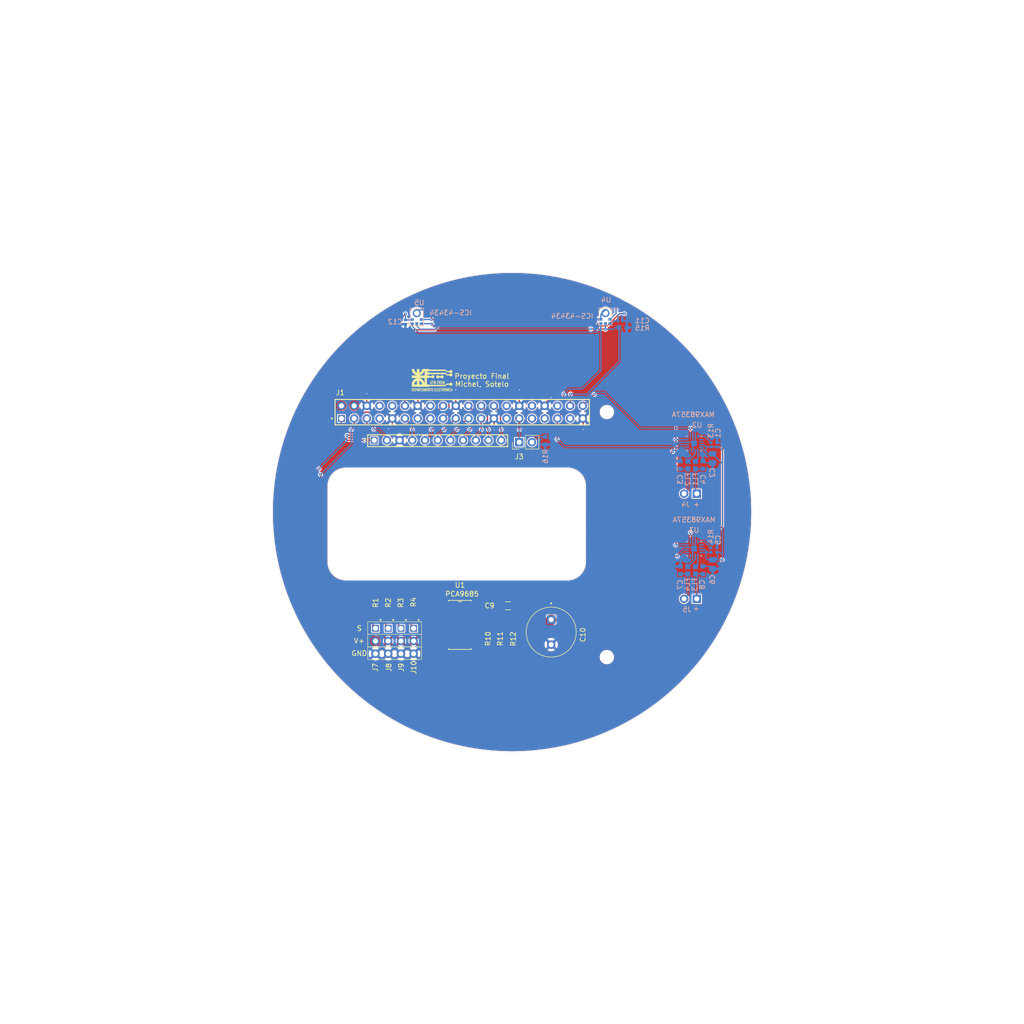
<source format=kicad_pcb>
(kicad_pcb (version 20241229) (generator "pcbnew") (generator_version "9.0")
  (layers (0 "F.Cu" signal) (2 "B.Cu" signal) (13 "F.Paste" user) (15 "B.Paste" user) (5 "F.SilkS" user "F.Silkscreen") (7 "B.SilkS" user "B.Silkscreen") (1 "F.Mask" user) (3 "B.Mask" user) (25 "Edge.Cuts" user))
  (net 0 "")
  (net 1 "GND")
  (net 2 "3.3V_RPI")
  (net 3 "5V_RPI")
  (net 4 "/Amplificadores/OUT_N1")
  (net 5 "/Amplificadores/OUT_P1")
  (net 6 "Net-(U2-OUTP)")
  (net 7 "Net-(U2-OUTN)")
  (net 8 "Net-(U3-OUTP)")
  (net 9 "Net-(U3-OUTN)")
  (net 10 "GPIO_5")
  (net 11 "GPIO_14_TXD_UART")
  (net 12 "GPIO_25")
  (net 13 "GPIO_23")
  (net 14 "GPIO_27")
  (net 15 "GPIO_10_MOSI_SPI")
  (net 16 "GPIO_16")
  (net 17 "GPIO_26")
  (net 18 "GPIO_12")
  (net 19 "ID_SC")
  (net 20 "GPIO_7_CEO_SPI")
  (net 21 "GPIO_19_FS_PCM")
  (net 22 "GPIO_24")
  (net 23 "GPIO_8_CE1_SPI")
  (net 24 "GPIO_13")
  (net 25 "GPIO_3_SCL_I2C")
  (net 26 "GPIO_17")
  (net 27 "GPIO_4")
  (net 28 "GPIO_2_SDA_I2C")
  (net 29 "GPIO_6")
  (net 30 "GPIO11_10_SCLK_SPI")
  (net 31 "GPIO_9_MISO_SPI")
  (net 32 "GPIO_15_RXD_UART")
  (net 33 "GPIO_21_DOUT_PCM")
  (net 34 "ID_SD")
  (net 35 "GPIO_22")
  (net 36 "GPIO_20_DIN_PCM")
  (net 37 "GPIO_18_CLK_PCM")
  (net 38 "Net-(J3-Pin_2)")
  (net 39 "Net-(J7-Pad01)")
  (net 40 "Net-(J8-Pad01)")
  (net 41 "Net-(J9-Pad01)")
  (net 42 "Net-(J10-Pad01)")
  (net 43 "/Driver Servos/J0")
  (net 44 "/Driver Servos/J1")
  (net 45 "/Driver Servos/J2")
  (net 46 "/Driver Servos/J3")
  (net 47 "Net-(U1-~OE)")
  (net 48 "Net-(U2-SD_MODE)")
  (net 49 "Net-(U3-SD_MODE)")
  (net 71 "/Amplificadores/OUT_N2")
  (net 72 "/Amplificadores/OUT_P2")
  (net 74 "unconnected-(U1-LED6-Pad12)")
  (footprint "RC0402FR-07220RL:RESC1005X40N" (layer "F.Cu") (at 22.784 44.196 180)
    (property "Reference" "R4")
    (property "Value" "220" (hide yes))
  )
  (footprint "CL31B106KOHNNNE:CAPC3216X180N" (layer "F.Cu") (at 41.713422 42.241 180)
    (property "Reference" "C9")
    (property "Value" "10 uF" (hide yes))
  )
  (footprint "CR0603AFX-1002EAS:RESC1608X55N" (layer "F.Cu") (at 37.649422 45.7885 90)
    (property "Reference" "R10")
    (property "Value" "10K" (hide yes))
  )
  (footprint "RC0402FR-07220RL:RESC1005X40N" (layer "F.Cu") (at 17.704 44.196 180)
    (property "Reference" "R2")
    (property "Value" "220" (hide yes))
  )
  (footprint "RC0402FR-07220RL:RESC1005X40N" (layer "F.Cu") (at 20.244 44.216 180)
    (property "Reference" "R3")
    (property "Value" "220" (hide yes))
  )
  (footprint "MountingHole:MountingHole_2.7mm_M2.5" (layer "F.Cu") (at 61.5 3.5)
    (property "Reference" "MountingHole" (hide yes))
    (property "Value" "MountingHole_2.7mm_M2.5" (hide yes))
  )
  (footprint "MountingHole:MountingHole_2.7mm_M2.5" (layer "F.Cu") (at 61.5 52.5)
    (property "Reference" "MountingHole" (hide yes))
    (property "Value" "MountingHole_2.7mm_M2.5" (hide yes))
  )
  (footprint "RC0402FR-07220RL:RESC1005X40N" (layer "F.Cu") (at 15.164 44.196 180)
    (property "Reference" "R1")
    (property "Value" "220" (hide yes))
  )
  (footprint "EEUFR1E102LB:CAPPRD500W60D1000H2500" (layer "F.Cu") (at 50.3682 47.498 -90)
    (property "Reference" "C10")
    (property "Value" "1000uF")
  )
  (footprint "TSW-101-07-T-T:SAMTEC_TSW-101-07-T-T" (layer "F.Cu") (at 22.86 49.276 180)
    (property "Reference" "J10")
    (property "Value" "HEADER" (hide yes))
  )
  (footprint "MTSW-113-09-L-D-500 - Copy:Untitled" (layer "F.Cu") (at 18.035 -7.505)
    (property "Reference" "J1")
    (property "Value" "Conn_02x20_Odd_Even_MountingPin")
  )
  (footprint "MTSW-113-09-L-D-500:SAMTEC_MTSW-113-09-L-D-500" (layer "F.Cu") (at 14.97464 9.144)
    (property "Reference" "J6" (hide yes))
    (property "Value" "Conn_02x13_Odd_Even" (hide yes))
  )
  (footprint "TSW-101-07-T-T:SAMTEC_TSW-101-07-T-T" (layer "F.Cu") (at 15.24 49.276 180)
    (property "Reference" "J7")
    (property "Value" "HEADER" (hide yes))
  )
  (footprint "Footprints:logo_utn" (layer "F.Cu") (at 26.558739 -2.8956)
    (property "Reference" "G***" (hide yes))
    (property "Value" "LOGO" (hide yes))
  )
  (footprint "CR0603AFX-1002EAS:RESC1608X55N" (layer "F.Cu") (at 42.729422 45.7885 -90)
    (property "Reference" "R12")
    (property "Value" "10K" (hide yes))
  )
  (footprint "CR0603AFX-1002EAS:RESC1608X55N" (layer "F.Cu") (at 40.189422 45.7885 90)
    (property "Reference" "R11")
    (property "Value" "10K" (hide yes))
  )
  (footprint "TSW-101-07-T-T:SAMTEC_TSW-101-07-T-T" (layer "F.Cu") (at 20.32 49.276 180)
    (property "Reference" "J9")
    (property "Value" "HEADER" (hide yes))
  )
  (footprint "Connector_PinHeader_2.54mm:PinHeader_1x02_P2.54mm_Vertical" (layer "F.Cu") (at 43.975 9.525 90)
    (property "Reference" "J3")
    (property "Value" "Screw_Terminal_01x02" (hide yes))
  )
  (footprint "PCA9685PW_118:SOP65P640X110-28N" (layer "F.Cu") (at 32.112222 46.051)
    (property "Reference" "U1")
    (property "Value" "PCA9685")
  )
  (footprint "TSW-101-07-T-T:SAMTEC_TSW-101-07-T-T" (layer "F.Cu") (at 17.78 49.276 180)
    (property "Reference" "J8")
    (property "Value" "HEADER" (hide yes))
  )
  (footprint "CL05B104KO5NNNC:CAPC1005X55N" (layer "B.Cu") (at 83.51539 10.033745 90)
    (property "Reference" "C1")
    (property "Value" "0.1uF" (hide yes))
  )
  (footprint "MAX98357AETE_T:QFN50P300X300X80-17N" (layer "B.Cu") (at 78.94429 9.777945 -90)
    (property "Reference" "U2")
    (property "Value" "MAX98357A")
  )
  (footprint "CL10B221KB8NNNC:CAPC1608X90N" (layer "B.Cu") (at 80.69429 35.1266 90)
    (property "Reference" "C8")
    (property "Value" "220pf" (hide yes))
  )
  (footprint "CL10B221KB8NNNC:CAPC1608X90N" (layer "B.Cu") (at 80.69429 14.092945 -90)
    (property "Reference" "C4")
    (property "Value" "220pf" (hide yes))
  )
  (footprint "ICS-43434:MIC_ICS-43434" (layer "B.Cu") (at 23.495 -15.543)
    (property "Reference" "U5")
    (property "Value" "ICS-43434")
  )
  (footprint "0402WGF6803TCE:RESC1005X40N" (layer "B.Cu") (at 82.294945 10.033745 90)
    (property "Reference" "R13")
    (property "Value" "680k" (hide yes))
  )
  (footprint "CL21A106KOQNNNE:CAPC2012X140N" (layer "B.Cu") (at 82.653 33.9344 -90)
    (property "Reference" "C6")
    (property "Value" "10uF" (hide yes))
  )
  (footprint "Connector_PinHeader_2.54mm:PinHeader_1x02_P2.54mm_Vertical_Edited" (layer "B.Cu") (at 73.572545 40.875655 90)
    (property "Reference" "J5")
    (property "Value" "Screw_Terminal_01x02" (hide yes))
  )
  (footprint "0402WGF6803TCE:RESC1005X40N" (layer "B.Cu") (at 82.294945 31.114255 90)
    (property "Reference" "R14")
    (property "Value" "680k" (hide yes))
  )
  (footprint "CL05B104KO5NNNC:CAPC1005X55N" (layer "B.Cu") (at 21.23025 -14.496 -90)
    (property "Reference" "C12")
    (property "Value" "0.1uF" (hide yes))
  )
  (footprint "BLM18PG121SN1D:BEADC1608X95N" (layer "B.Cu") (at 79.19429 35.1266 -90)
    (property "Reference" "FL3")
    (property "Value" "Ferrita" (hide yes))
  )
  (footprint "MAX98357AETE_T:QFN50P300X300X80-17N" (layer "B.Cu") (at 78.94429 30.8116 -90)
    (property "Reference" "U3")
    (property "Value" "MAX98357A")
  )
  (footprint "BLM18PG121SN1D:BEADC1608X95N" (layer "B.Cu") (at 79.21579 14.092945 -90)
    (property "Reference" "FL1")
    (property "Value" "Ferrita" (hide yes))
  )
  (footprint "BLM18PG121SN1D:BEADC1608X95N" (layer "B.Cu") (at 77.69429 35.1266 -90)
    (property "Reference" "FL4")
    (property "Value" "Ferrita" (hide yes))
  )
  (footprint "ICS-43434:MIC_ICS-43434" (layer "B.Cu") (at 61.214 -15.5684)
    (property "Reference" "U4")
    (property "Value" "ICS-43434")
  )
  (footprint "BLM18PG121SN1D:BEADC1608X95N" (layer "B.Cu") (at 77.71579 14.092945 -90)
    (property "Reference" "FL2")
    (property "Value" "Ferrita" (hide yes))
  )
  (footprint "CL10B221KB8NNNC:CAPC1608X90N" (layer "B.Cu") (at 76.19429 14.092945 90)
    (property "Reference" "C3")
    (property "Value" "220pf" (hide yes))
  )
  (footprint "CR0603AFX-1002EAS:RESC1608X55N" (layer "B.Cu") (at 49.175 9.2 90)
    (property "Reference" "R16")
    (property "Value" "10K" (hide yes))
  )
  (footprint "Connector_PinHeader_2.54mm:PinHeader_1x02_P2.54mm_Vertical_Edited" (layer "B.Cu") (at 73.572545 19.842 90)
    (property "Reference" "J4")
    (property "Value" "Screw_Terminal_01x02" (hide yes))
  )
  (footprint "0603WAJ0104T5E:RESC1608X55N" (layer "B.Cu") (at 64.71605 -13.4038 180)
    (property "Reference" "R15")
    (property "Value" "100k" (hide yes))
  )
  (footprint "CL05B104KO5NNNC:CAPC1005X55N" (layer "B.Cu") (at 64.18285 -14.7754)
    (property "Reference" "C11")
    (property "Value" "0.1uF" (hide yes))
  )
  (footprint "CL10B221KB8NNNC:CAPC1608X90N" (layer "B.Cu") (at 76.19429 35.1266 90)
    (property "Reference" "C7")
    (property "Value" "220pf" (hide yes))
  )
  (footprint "CL21A106KOQNNNE:CAPC2012X140N" (layer "B.Cu") (at 82.653 12.748345 -90)
    (property "Reference" "C2")
    (property "Value" "10uF" (hide yes))
  )
  (footprint "CL05B104KO5NNNC:CAPC1005X55N" (layer "B.Cu") (at 83.51539 31.114255 90)
    (property "Reference" "C5")
    (property "Value" "0.1uF" (hide yes))
  )
  (gr_rect (start 13.6776 45.4352) (end 24.4348 47.9352) (stroke (width 0.1)) (fill no) (layer "F.SilkS"))
  (gr_rect (start 13.6776 47.9244) (end 24.4348 50.4244) (stroke (width 0.1)) (fill no) (layer "F.SilkS"))
  (gr_rect (start 13.6776 50.4644) (end 24.4348 52.9644) (stroke (width 0.1)) (fill no) (layer "F.SilkS"))
  (gr_arc (start 57.14 33.49) (mid 56.114874 35.964874) (end 53.64 36.99) (stroke (width 0.05)) (layer "Edge.Cuts"))
  (gr_circle (center 42.545 23.495) (end 90.545 23.495) (stroke (width 0.05)) (fill no) (layer "Edge.Cuts"))
  (gr_line (start 5.804875 18.274874) (end 5.804874 33.49) (stroke (width 0.05)) (layer "Edge.Cuts"))
  (gr_line (start 57.14 33.49) (end 57.15 18.274874) (stroke (width 0.05)) (layer "Edge.Cuts"))
  (gr_arc (start 9.304874 36.99) (mid 6.829998 35.964875) (end 5.804874 33.49) (stroke (width 0.05)) (layer "Edge.Cuts"))
  (gr_arc (start 53.65 14.774874) (mid 56.124874 15.8) (end 57.15 18.274874) (stroke (width 0.05)) (layer "Edge.Cuts"))
  (gr_line (start 9.304874 14.774874) (end 53.65 14.774874) (stroke (width 0.05)) (layer "Edge.Cuts"))
  (gr_arc (start 5.804874 18.274874) (mid 6.83 15.8) (end 9.304874 14.774874) (stroke (width 0.05)) (layer "Edge.Cuts"))
  (gr_line (start 9.304874 36.989999) (end 53.64 36.99) (stroke (width 0.05)) (layer "Edge.Cuts"))
  (gr_text "Proyecto Final\nMichel, Sotelo" (at 36.515539 -2.877994 0) (layer "F.SilkS") (effects (font (size 1 1) (thickness 0.16))))
  (gr_text "GND" (at 12 51.75 0) (layer "F.SilkS") (effects (font (size 1 1) (thickness 0.16))))
  (gr_text "S" (at 12 46.75 0) (layer "F.SilkS") (effects (font (size 1 1) (thickness 0.16))))
  (gr_text "V+" (at 12 49.25 0) (layer "F.SilkS") (effects (font (size 1 1) (thickness 0.16))))
  (gr_text "+" (at 79.42619 21.9456 0) (layer "B.SilkS") (effects (font (size 1 1) (thickness 0.16)) (justify mirror)))
  (gr_text "+" (at 79.348545 42.776055 0) (layer "B.SilkS") (effects (font (size 1 1) (thickness 0.16)) (justify mirror)))
  (segment (start 43.9928 -0.6604) (end 43.9928 2.2472) (width 0.25) (layer "F.Cu") (net 1))
  (segment (start 38.9636 7.0612) (end 38.9636 4.8436) (width 0.25) (layer "F.Cu") (net 1))
  (segment (start 23.7236 -0.9662) (end 23.7236 2.0948) (width 0.25) (layer "F.Cu") (net 1))
  (segment (start 49.1236 1.778) (end 49.1236 2.1964) (width 0.25) (layer "F.Cu") (net 1))
  (segment (start 38.9636 5.431) (end 38.91 5.4846) (width 0.25) (layer "F.Cu") (net 1))
  (segment (start 13.4747 -0.2667) (end 13.5128 -0.3048) (width 0.25) (layer "F.Cu") (net 1))
  (segment (start 18.5928 4.7928) (end 18.5928 5.9944) (width 0.2) (layer "F.Cu") (net 1))
  (segment (start 29.191222 50.2674) (end 28.607022 50.2674) (width 0.25) (layer "F.Cu") (net 1))
  (segment (start 56.5912 5.1666) (end 56.7944 5.3698) (width 0.25) (layer "F.Cu") (net 1))
  (segment (start 18.5928 5.9944) (end 17.8308 6.7564) (width 0.2) (layer "F.Cu") (net 1))
  (segment (start 43.9928 2.2472) (end 43.99 2.25) (width 0.25) (layer "F.Cu") (net 1))
  (segment (start 49.1236 2.1964) (end 49.07 2.25) (width 0.25) (layer "F.Cu") (net 1))
  (segment (start 31.29 -0.937) (end 31.2928 -0.9398) (width 0.25) (layer "F.Cu") (net 1))
  (segment (start 31.29 2.25) (end 31.29 -0.937) (width 0.25) (layer "F.Cu") (net 1))
  (segment (start 38.9636 4.8436) (end 38.91 4.79) (width 0.25) (layer "F.Cu") (net 1))
  (segment (start 23.7236 2.0948) (end 23.6728 2.1456) (width 0.25) (layer "F.Cu") (net 1))
  (segment (start 18.59 4.79) (end 18.5928 4.7928) (width 0.2) (layer "F.Cu") (net 1))
  (segment (start 38.91 7.0076) (end 38.9636 7.0612) (width 0.25) (layer "F.Cu") (net 1))
  (segment (start 56.7944 5.3698) (end 56.7944 7) (width 0.25) (layer "F.Cu") (net 1))
  (segment (start 17.8308 6.7564) (end 17.8308 6.858) (width 0.2) (layer "F.Cu") (net 1))
  (segment (start 17.8308 6.7564) (end 17.9324 6.6548) (width 0.2) (layer "F.Cu") (net 1))
  (segment (start 13.4747 2.2147) (end 13.4747 -0.2667) (width 0.25) (layer "F.Cu") (net 1))
  (segment (start 37.649422 46.5685) (end 37.649422 46.8491) (width 0.25) (layer "F.Cu") (net 1))
  (segment (start 50.3174 0.5842) (end 49.1236 1.778) (width 0.25) (layer "F.Cu") (net 1))
  (segment (start 13.51 2.25) (end 13.4747 2.2147) (width 0.25) (layer "F.Cu") (net 1))
  (via (at 38.9636 7.0612) (size 0.6) (drill 0.2) (layers "F.Cu" "B.Cu") (net 1))
  (via (at 43.9928 -0.9662) (size 0.6) (drill 0.2) (layers "F.Cu" "B.Cu") (net 1))
  (via (at 56.7944 7) (size 0.6) (drill 0.2) (layers "F.Cu" "B.Cu") (net 1))
  (via (at 17.8308 6.858) (size 0.6) (drill 0.2) (layers "F.Cu" "B.Cu") (net 1))
  (via (at 31.2928 -0.9398) (size 0.6) (drill 0.2) (layers "F.Cu" "B.Cu") (net 1))
  (via (at 23.7236 -0.9662) (size 0.6) (drill 0.2) (layers "F.Cu" "B.Cu") (net 1))
  (via (at 50.3174 0.5842) (size 0.6) (drill 0.2) (layers "F.Cu" "B.Cu") (net 1))
  (via (at 13.4747 -0.1778) (size 0.6) (drill 0.2) (layers "F.Cu" "B.Cu") (net 1))
  (segment (start 78.69429 9.527945) (end 78.94429 9.777945) (width 0.25) (layer "B.Cu") (net 1))
  (segment (start 31.2928 -0.9398) (end 31.3182 -0.9652) (width 0.25) (layer "B.Cu") (net 1))
  (segment (start 76.4994 30.5616) (end 76.3524 30.7086) (width 0.25) (layer "B.Cu") (net 1))
  (segment (start 82.653 13.643345) (end 81.02469 13.643345) (width 0.25) (layer "B.Cu") (net 1))
  (segment (start 78.164088 33.274) (end 77.7254 33.274) (width 0.25) (layer "B.Cu") (net 1))
  (segment (start 24.4846 -0.9662) (end 24.4856 -0.9652) (width 0.25) (layer "B.Cu") (net 1))
  (segment (start 38.989 7.0866) (end 38.989 7.6708) (width 0.25) (layer "B.Cu") (net 1))
  (segment (start 60.314 -15.0294) (end 60.314 -16.0669) (width 0.25) (layer "B.Cu") (net 1))
  (segment (start 79.19429 9.527945) (end 78.94429 9.777945) (width 0.25) (layer "B.Cu") (net 1))
  (segment (start 79.19429 29.3766) (end 79.19429 30.5616) (width 0.25) (layer "B.Cu") (net 1))
  (segment (start 50.3174 0.5842) (end 50.9778 0.5842) (width 0.25) (layer "B.Cu") (net 1))
  (segment (start 80.69429 34.3466) (end 81.96209 34.3466) (width 0.25) (layer "B.Cu") (net 1))
  (segment (start 81.02469 13.643345) (end 80.69429 13.312945) (width 0.25) (layer "B.Cu") (net 1))
  (segment (start 23.7236 -0.9662) (end 24.4846 -0.9662) (width 0.25) (layer "B.Cu") (net 1))
  (segment (start 78.69429 31.0616) (end 78.94429 30.8116) (width 0.25) (layer "B.Cu") (net 1))
  (segment (start 23.4795 -16.926) (end 25.48905 -16.926) (width 0.25) (layer "B.Cu") (net 1))
  (segment (start 82.653 13.643345) (end 82.653 15.2908) (width 0.25) (layer "B.Cu") (net 1))
  (segment (start 78.94429 9.777945) (end 78.69429 10.027945) (width 0.25) (layer "B.Cu") (net 1))
  (segment (start 77.50929 9.527945) (end 76.020655 9.527945) (width 0.25) (layer "B.Cu") (net 1))
  (segment (start 78.69429 29.3766) (end 78.69429 30.5616) (width 0.25) (layer "B.Cu") (net 1))
  (segment (start 31.3182 -0.9652) (end 32.258 -0.9652) (width 0.25) (layer "B.Cu") (net 1))
  (segment (start 56.7944 7) (end 56.7944 7.6454) (width 0.25) (layer "B.Cu") (net 1))
  (segment (start 79.19429 8.342945) (end 79.19429 9.527945) (width 0.25) (layer "B.Cu") (net 1))
  (segment (start 77.50929 30.5616) (end 76.9366 30.5616) (width 0.25) (layer "B.Cu") (net 1))
  (segment (start 17.8308 6.858) (end 16.8402 6.858) (width 0.2) (layer "B.Cu") (net 1))
  (segment (start 83.51539 30.682255) (end 83.51539 29.79541) (width 0.25) (layer "B.Cu") (net 1))
  (segment (start 78.69429 32.2466) (end 78.69429 32.743798) (width 0.25) (layer "B.Cu") (net 1))
  (segment (start 78.69429 32.2466) (end 78.69429 31.0616) (width 0.25) (layer "B.Cu") (net 1))
  (segment (start 78.69429 30.5616) (end 78.94429 30.8116) (width 0.25) (layer "B.Cu") (net 1))
  (segment (start 77.50929 30.5616) (end 78.69429 30.5616) (width 0.25) (layer "B.Cu") (net 1))
  (segment (start 78.69429 8.342945) (end 78.69429 9.527945) (width 0.25) (layer "B.Cu") (net 1))
  (segment (start 60.314 -16.0669) (end 61.1985 -16.9514) (width 0.25) (layer "B.Cu") (net 1))
  (segment (start 60.314 -15.0294) (end 59.33125 -15.0294) (width 0.25) (layer "B.Cu") (net 1))
  (segment (start 77.50929 9.527945) (end 78.69429 9.527945) (width 0.25) (layer "B.Cu") (net 1))
  (segment (start 78.69429 10.027945) (end 78.69429 11.212945) (width 0.25) (layer "B.Cu") (net 1))
  (segment (start 78.69429 32.743798) (end 78.164088 33.274) (width 0.25) (layer "B.Cu") (net 1))
  (segment (start 79.19429 30.5616) (end 78.94429 30.8116) (width 0.25) (layer "B.Cu") (net 1))
  (segment (start 81.96209 34.3466) (end 82.447345 34.831855) (width 0.25) (layer "B.Cu") (net 1))
  (segment (start 83.51539 29.79541) (end 83.5166 29.7942) (width 0.25) (layer "B.Cu") (net 1))
  (segment (start 13.4747 -0.1778) (end 12.6873 -0.1778) (width 0.25) (layer "B.Cu") (net 1))
  (segment (start 18.923 -12.9286) (end 18.923 -2.9374) (width 0.25) (layer "F.Cu") (net 2))
  (segment (start 29.9212 -0.5588) (end 29.9212 1.758084) (width 0.25) (layer "F.Cu") (net 2))
  (segment (start 16.0528 13.5128) (end 66.1224 13.5128) (width 0.25) (layer "F.Cu") (net 2))
  (segment (start 11.684 9.144) (end 16.0528 13.5128) (width 0.25) (layer "F.Cu") (net 2))
  (segment (start 28.956 -1.524) (end 29.9212 -0.5588) (width 0.25) (layer "F.Cu") (net 2))
  (segment (start 18.923 -13.81435) (end 18.923 -12.9286) (width 0.25) (layer "F.Cu") (net 2))
  (segment (start 18.923 -2.9374) (end 20.2692 -1.5912) (width 0.25) (layer "F.Cu") (net 2))
  (segment (start 21.23025 -16.1216) (end 18.923 -13.81435) (width 0.25) (layer "F.Cu") (net 2))
  (segment (start 70.231 13.5128) (end 73.787 17.0688) (width 0.25) (layer "F.Cu") (net 2))
  (segment (start 9.5504 9.144) (end 8.43 8.0236) (width 0.25) (layer "F.Cu") (net 2))
  (segment (start 84.582 40.894) (end 84.582 33.0634) (width 0.25) (layer "F.Cu") (net 2))
  (segment (start 73.787 42.9514) (end 74.7268 43.8912) (width 0.25) (layer "F.Cu") (net 2))
  (segment (start 26.8642 -13.725) (end 27.8892 -13.725) (width 0.25) (layer "F.Cu") (net 2))
  (segment (start 81.5848 43.8912) (end 84.582 40.894) (width 0.25) (layer "F.Cu") (net 2))
  (segment (start 11.684 9.144) (end 9.5504 9.144) (width 0.25) (layer "F.Cu") (net 2))
  (segment (start 64.05565 -16.1978) (end 61.58285 -13.725) (width 0.25) (layer "F.Cu") (net 2))
  (segment (start 84.582 33.0634) (end 84.558 33.0394) (width 0.25) (layer "F.Cu") (net 2))
  (segment (start 29.0232 -1.5912) (end 20.2692 -1.5912) (width 0.25) (layer "F.Cu") (net 2))
  (segment (start 28.956 -1.524) (end 29.0232 -1.5912) (width 0.25) (layer "F.Cu") (net 2))
  (segment (start 26.5176 -14.0716) (end 26.8642 -13.725) (width 0.25) (layer "F.Cu") (net 2))
  (segment (start 74.7268 43.8912) (end 81.5848 43.8912) (width 0.25) (layer "F.Cu") (net 2))
  (segment (start 12.954 9.144) (end 11.684 9.144) (width 0.25) (layer "F.Cu") (net 2))
  (segment (start 29.926 2.737116) (end 29.9212 2.741916) (width 0.25) (layer "F.Cu") (net 2))
  (segment (start 66.0146 13.5128) (end 70.231 13.5128) (width 0.25) (layer "F.Cu") (net 2))
  (segment (start 29.926 1.762884) (end 29.926 2.737116) (width 0.25) (layer "F.Cu") (net 2))
  (segment (start 18.923 -12.9286) (end 27.0928 -12.9286) (width 0.25) (layer "F.Cu") (net 2))
  (segment (start 27.0928 -12.9286) (end 27.8892 -13.725) (width 0.25) (layer "F.Cu") (net 2))
  (segment (start 64.99545 -16.1978) (end 64.05565 -16.1978) (width 0.25) (layer "F.Cu") (net 2))
  (segment (start 8.43 8.0236) (end 8.43 4.79) (width 0.25) (layer "F.Cu") (net 2))
  (segment (start 29.9212 1.758084) (end 29.926 1.762884) (width 0.25) (layer "F.Cu") (net 2))
  (segment (start 29.9212 2.741916) (end 29.9212 3.6188) (width 0.25) (layer "F.Cu") (net 2))
  (segment (start 27.8892 -13.725) (end 61.58285 -13.725) (width 0.25) (layer "F.Cu") (net 2))
  (segment (start 65.02085 -16.1724) (end 64.99545 -16.1978) (width 0.25) (layer "F.Cu") (net 2))
  (segment (start 73.787 17.0688) (end 73.787 42.9514) (width 0.25) (layer "F.Cu") (net 2))
  (segment (start 29.9212 3.6188) (end 28.75 4.79) (width 0.25) (layer "F.Cu") (net 2))
  (via (at 12.954 9.144) (size 0.6) (drill 0.2) (layers "F.Cu" "B.Cu") (net 2))
  (via (at 84.558 33.0394) (size 0.6) (drill 0.2) (layers "F.Cu" "B.Cu") (net 2))
  (via (at 65.02085 -16.1724) (size 0.6) (drill 0.2) (layers "F.Cu" "B.Cu") (net 2))
  (via (at 26.5176 -14.0716) (size 0.6) (drill 0.2) (layers "F.Cu" "B.Cu") (net 2))
  (via (at 21.23025 -16.1216) (size 0.6) (drill 0.2) (layers "F.Cu" "B.Cu") (net 2))
  (segment (start 84.6088 32.639665) (end 84.6088 13.809145) (width 0.25) (layer "B.Cu") (net 2))
  (segment (start 21.23025 -14.928) (end 21.23025 -16.1216) (width 0.25) (layer "B.Cu") (net 2))
  (segment (start 82.653 11.853345) (end 81.70469 11.853345) (width 0.25) (layer "B.Cu") (net 2))
  (segment (start 63.03965 -14.7754) (end 63.75085 -14.7754) (width 0.25) (layer "B.Cu") (net 2))
  (segment (start 82.294945 31.549255) (end 81.583745 31.549255) (width 0.25) (layer "B.Cu") (net 2))
  (segment (start 80.37929 31.0616) (end 81.09609 31.0616) (width 0.25) (layer "B.Cu") (net 2))
  (segment (start 83.615745 31.574855) (end 83.615745 32.616055) (width 0.25) (layer "B.Cu") (net 2))
  (segment (start 81.317288 11.465944) (end 81.382972 11.531628) (width 0.25) (layer "B.Cu") (net 2))
  (segment (start 22.519 -14.928) (end 22.595 -15.004) (width 0.25) (layer "B.Cu") (net 2))
  (segment (start 24.395 -14.182) (end 26.4072 -14.182) (width 0.25) (layer "B.Cu") (net 2))
  (segment (start 81.70469 11.853345) (end 81.382972 11.531628) (width 0.25) (layer "B.Cu") (net 2))
  (segment (start 84.558 33.0394) (end 84.6028 33.0394) (width 0.25) (layer "B.Cu") (net 2))
  (segment (start 64.05565 -16.1978) (end 63.75085 -15.893) (width 0.25) (layer "B.Cu") (net 2))
  (segment (start 80.876488 10.027945) (end 80.37929 10.027945) (width 0.25) (layer "B.Cu") (net 2))
  (segment (start 81.382972 11.531628) (end 80.37929 10.527945) (width 0.25) (layer "B.Cu") (net 2))
  (segment (start 81.329745 31.549255) (end 80.391635 31.549255) (width 0.25) (layer "B.Cu") (net 2))
  (segment (start 83.51539 10.465745) (end 83.923945 10.465745) (width 0.25) (layer "B.Cu") (net 2))
  (segment (start 84.6088 33.0454) (end 84.6088 32.639665) (width 0.25) (layer "B.Cu") (net 2))
  (segment (start 63.75085 -15.893) (end 63.75085 -14.7754) (width 0.25) (layer "B.Cu") (net 2))
  (segment (start 81.317288 10.468745) (end 81.317288 11.465944) (width 0.25) (layer "B.Cu") (net 2))
  (segment (start 84.582 33.0634) (end 84.558 33.0394) (width 0.25) (layer "B.Cu") (net 2))
  (segment (start 82.653 33.0394) (end 84.558 33.0394) (width 0.25) (layer "B.Cu") (net 2))
  (segment (start 83.51539 10.465745) (end 82.297945 10.465745) (width 0.25) (layer "B.Cu") (net 2))
  (segment (start 64.99545 -16.1978) (end 64.05565 -16.1978) (width 0.25) (layer "B.Cu") (net 2))
  (segment (start 84.6028 33.0394) (end 84.6088 33.0454) (width 0.25) (layer "B.Cu") (net 2))
  (segment (start 21.23025 -14.928) (end 22.519 -14.928) (width 0.25) (layer "B.Cu") (net 2))
  (segment (start 82.297945 10.465745) (end 82.294945 10.468745) (width 0.25) (layer "B.Cu") (net 2))
  (segment (start 83.189945 33.041855) (end 82.447345 33.041855) (width 0.25) (layer "B.Cu") (net 2))
  (segment (start 65.02085 -16.1724) (end 64.99545 -16.1978) (width 0.25) (layer "B.Cu") (net 2))
  (segment (start 80.391635 31.549255) (end 80.37929 31.5616) (width 0.25) (layer "B.Cu") (net 2))
  (segment (start 83.615745 32.616055) (end 83.189945 33.041855) (width 0.25) (layer "B.Cu") (net 2))
  (segment (start 84.100255 31.546255) (end 83.51539 31.546255) (width 0.25) (layer "B.Cu") (net 2))
  (segment (start 81.329745 31.549255) (end 81.329745 32.768455) (width 0.25) (layer "B.Cu") (net 2))
  (segment (start 81.603145 33.041855) (end 82.447345 33.041855) (width 0.25) (layer "B.Cu") (net 2))
  (segment (start 12.954 9.144) (end 14.97464 9.144) (width 0.25) (layer "B.Cu") (net 2))
  (segment (start 82.294945 10.468745) (end 81.317288 10.468745) (width 0.25) (layer "B.Cu") (net 2))
  (segment (start 84.6088 32.639665) (end 84.6088 32.0548) (width 0.25) (layer "B.Cu") (net 2))
  (segment (start 14.97464 9.144) (end 15.066 9.144) (width 0.25) (layer "B.Cu") (net 2))
  (segment (start 81.583745 31.549255) (end 81.329745 31.549255) (width 0.25) (layer "B.Cu") (net 2))
  (segment (start 83.923945 10.465745) (end 84.6088 11.1506) (width 0.25) (layer "B.Cu") (net 2))
  (segment (start 82.294945 32.889455) (end 82.447345 33.041855) (width 0.25) (layer "B.Cu") (net 2))
  (segment (start 84.6088 32.0548) (end 84.100255 31.546255) (width 0.25) (layer "B.Cu") (net 2))
  (segment (start 26.4072 -14.182) (end 26.5176 -14.0716) (width 0.25) (layer "B.Cu") (net 2))
  (segment (start 81.329745 32.768455) (end 81.603145 33.041855) (width 0.25) (layer "B.Cu") (net 2))
  (segment (start 62.47165 -14.2074) (end 63.03965 -14.7754) (width 0.25) (layer "B.Cu") (net 2))
  (segment (start 62.114 -14.2074) (end 62.47165 -14.2074) (width 0.25) (layer "B.Cu") (net 2))
  (segment (start 81.09609 31.0616) (end 81.583745 31.549255) (width 0.25) (layer "B.Cu") (net 2))
  (segment (start 84.6088 11.1506) (end 84.6088 13.809145) (width 0.25) (layer "B.Cu") (net 2))
  (segment (start 84.6088 13.809145) (end 82.653 11.853345) (width 0.25) (layer "B.Cu") (net 2))
  (segment (start 81.317288 10.468745) (end 80.876488 10.027945) (width 0.25) (layer "B.Cu") (net 2))
  (segment (start 7.4422 -2.794) (end 9.4996 -2.794) (width 2) (layer "F.Cu") (net 3))
  (segment (start 50.3682 44.998) (end 50.3682 45.085) (width 2) (layer "F.Cu") (net 3))
  (segment (start 43.520422 45.7775) (end 43.520422 44.2475) (width 0.25) (layer "F.Cu") (net 3))
  (segment (start 14.430362 3.508362) (end 12.272799 3.508362) (width 0.25) (layer "F.Cu") (net 3))
  (segment (start 40.189422 46.5685) (end 42.729422 46.5685) (width 0.25) (layer "F.Cu") (net 3))
  (segment (start 35.033222 41.8346) (end 39.847022 41.8346) (width 0.25) (layer "F.Cu") (net 3))
  (segment (start 15.24 49.276) (end 14.037919 49.276) (width 2) (layer "F.Cu") (net 3))
  (segment (start 0.762 12.9032) (end 4.9022 8.763) (width 2) (layer "F.Cu") (net 3))
  (segment (start 0.762 41.262) (end 0.762 12.9032) (width 2) (layer "F.Cu") (net 3))
  (segment (start 8.3898 2.2098) (end 4.9276 2.2098) (width 2) (layer "F.Cu") (net 3))
  (segment (start 10.922 -1.3716) (end 10.922 1.27) (width 2) (layer "F.Cu") (net 3))
  (segment (start 50.3682 44.998) (end 44.9386 44.998) (width 0.25) (layer "F.Cu") (net 3))
  (segment (start 0.889 41.389) (end 0.762 41.262) (width 2) (layer "F.Cu") (net 3))
  (segment (start 39.847022 41.8346) (end 40.253422 42.241) (width 0.25) (layer "F.Cu") (net 3))
  (segment (start 8.43 2.25) (end 8.3898 2.2098) (width 2) (layer "F.Cu") (net 3))
  (segment (start 42.729422 46.5685) (end 43.520422 45.7775) (width 0.25) (layer "F.Cu") (net 3))
  (segment (start 10.922 1.27) (end 10.97 1.318) (width 2) (layer "F.Cu") (net 3))
  (segment (start 4.9022 8.763) (end 4.9022 -0.254) (width 2) (layer "F.Cu") (net 3))
  (segment (start 14.9098 6.9342) (end 14.874 6.8984) (width 0.25) (layer "F.Cu") (net 3))
  (segment (start 14.874 6.8984) (end 14.874 3.952) (width 0.25) (layer "F.Cu") (net 3))
  (segment (start 11.014437 2.25) (end 10.97 2.25) (width 0.25) (layer "F.Cu") (net 3))
  (segment (start 4.9022 -0.254) (end 7.4422 -2.794) (width 2) (layer "F.Cu") (net 3))
  (segment (start 12 51.313919) (end 12 52.5) (width 2) (layer "F.Cu") (net 3))
  (segment (start 12 52.5) (end 13.856 54.356) (width 2) (layer "F.Cu") (net 3))
  (segment (start 14.874 3.952) (end 14.430362 3.508362) (width 0.25) (layer "F.Cu") (net 3))
  (segment (start 9.4996 -2.794) (end 10.922 -1.3716) (width 2) (layer "F.Cu") (net 3))
  (segment (start 42.195922 44.1835) (end 40.253422 42.241) (width 0.25) (layer "F.Cu") (net 3))
  (segment (start 43.3681 46.5685) (end 42.729422 46.5685) (width 0.25) (layer "F.Cu") (net 3))
  (segment (start 42.195922 44.2475) (end 42.195922 44.1835) (width 0.25) (layer "F.Cu") (net 3))
  (segment (start 13.856 54.356) (end 0.889 41.389) (width 2) (layer "F.Cu") (net 3))
  (segment (start 41.0972 54.356) (end 13.856 54.356) (width 2) (layer "F.Cu") (net 3))
  (segment (start 10.97 1.318) (end 10.97 2.25) (width 2) (layer "F.Cu") (net 3))
  (segment (start 43.520422 44.2475) (end 42.195922 44.2475) (width 0.25) (layer "F.Cu") (net 3))
  (segment (start 44.9386 44.998) (end 43.3681 46.5685) (width 0.25) (layer "F.Cu") (net 3))
  (segment (start 12.276 3.511563) (end 11.014437 2.25) (width 0.25) (layer "F.Cu") (net 3))
  (segment (start 14.037919 49.276) (end 12 51.313919) (width 2) (layer "F.Cu") (net 3))
  (segment (start 50.3682 45.085) (end 41.0972 54.356) (width 2) (layer "F.Cu") (net 3))
  (segment (start 40.253422 42.241) (end 40.253422 41.723) (width 1) (layer "F.Cu") (net 3))
  (via (at 14.9098 6.9342) (size 0.6) (drill 0.2) (layers "F.Cu" "B.Cu") (net 3))
  (segment (start 17.51464 9.144) (end 17.51464 8.62464) (width 0.25) (layer "B.Cu") (net 3))
  (segment (start 17.51464 8.62464) (end 15.8242 6.9342) (width 0.25) (layer "B.Cu") (net 3))
  (segment (start 15.8242 6.9342) (end 14.9098 6.9342) (width 0.25) (layer "B.Cu") (net 3))
  (segment (start 76.19429 14.872945) (end 77.67079 14.872945) (width 0.25) (layer "B.Cu") (net 4))
  (segment (start 77.71579 14.827945) (end 77.71579 19.038755) (width 0.25) (layer "B.Cu") (net 4))
  (segment (start 77.67079 14.872945) (end 77.71579 14.827945) (width 0.25) (layer "B.Cu") (net 4))
  (segment (start 77.71579 19.038755) (end 76.942545 19.812) (width 0.25) (layer "B.Cu") (net 4))
  (segment (start 79.26079 14.872945) (end 79.21579 14.827945) (width 0.25) (layer "B.Cu") (net 5))
  (segment (start 80.69429 14.872945) (end 79.26079 14.872945) (width 0.25) (layer "B.Cu") (net 5))
  (segment (start 79.21579 14.827945) (end 79.21579 19.545245) (width 0.25) (layer "B.Cu") (net 5))
  (segment (start 79.21579 19.545245) (end 79.482545 19.812) (width 0.25) (layer "B.Cu") (net 5))
  (segment (start 79.69429 11.212945) (end 79.69429 12.879445) (width 0.25) (layer "B.Cu") (net 6))
  (segment (start 79.69429 12.879445) (end 79.21579 13.357945) (width 0.25) (layer "B.Cu") (net 6))
  (segment (start 79.19429 11.212945) (end 79.19429 11.879445) (width 0.25) (layer "B.Cu") (net 7))
  (segment (start 79.19429 11.879445) (end 77.71579 13.357945) (width 0.25) (layer "B.Cu") (net 7))
  (segment (start 79.69429 33.8916) (end 79.19429 34.3916) (width 0.25) (layer "B.Cu") (net 8))
  (segment (start 79.69429 32.2466) (end 79.69429 33.8916) (width 0.25) (layer "B.Cu") (net 8))
  (segment (start 79.19429 32.90012) (end 78.454965 33.639445) (width 0.25) (layer "B.Cu") (net 9))
  (segment (start 78.454965 33.639445) (end 78.446445 33.639445) (width 0.25) (layer "B.Cu") (net 9))
  (segment (start 77.7254 34.3916) (end 77.69429 34.3916) (width 0.25) (layer "B.Cu") (net 9))
  (segment (start 78.446445 33.639445) (end 77.69429 34.3916) (width 0.25) (layer "B.Cu") (net 9))
  (segment (start 79.19429 32.2466) (end 79.19429 32.90012) (width 0.25) (layer "B.Cu") (net 9))
  (segment (start 79.19429 32.2466) (end 79.196145 32.248455) (width 0.25) (layer "B.Cu") (net 9))
  (segment (start 43.99 4.79) (end 43.99 7.01) (width 0.5) (layer "F.Cu") (net 10))
  (segment (start 43.99 7.01) (end 43.975 7.025) (width 0.5) (layer "F.Cu") (net 10))
  (segment (start 43.688 5.092) (end 43.99 4.79) (width 0.5) (layer "F.Cu") (net 10))
  (via (at 43.975 7.025) (size 0.6) (drill 0.2) (layers "F.Cu" "B.Cu") (net 10))
  (segment (start 43.975 9.525) (end 43.975 7.025) (width 0.25) (layer "B.Cu") (net 10))
  (segment (start 33.83 2.25) (end 35.052 3.472) (width 0.25) (layer "F.Cu") (net 12))
  (segment (start 34.1 7) (end 34.1 7.1) (width 0.25) (layer "F.Cu") (net 12))
  (segment (start 35.052 6.048) (end 34.1 7) (width 0.25) (layer "F.Cu") (net 12))
  (segment (start 35.052 3.472) (end 35.052 6.048) (width 0.25) (layer "F.Cu") (net 12))
  (via (at 34.1 7) (size 0.6) (drill 0.2) (layers "F.Cu" "B.Cu") (net 12))
  (segment (start 34.1 7.2) (end 32.75464 8.54536) (width 0.25) (layer "B.Cu") (net 12))
  (segment (start 34 7.2) (end 34.1 7.1) (width 0.25) (layer "B.Cu") (net 12))
  (segment (start 34.1 7.1) (end 34.1 7) (width 0.25) (layer "B.Cu") (net 12))
  (segment (start 32.75464 8.54536) (end 32.75464 9.144) (width 0.25) (layer "B.Cu") (net 12))
  (segment (start 34.1 7) (end 34.1 7.2) (width 0.25) (layer "B.Cu") (net 12))
  (segment (start 31.223168 4.79) (end 31.29 4.79) (width 0.25) (layer "F.Cu") (net 15))
  (segment (start 28.927792 7.027792) (end 29.052208 7.027792) (width 0.25) (layer "F.Cu") (net 15))
  (segment (start 29.052208 7.027792) (end 31.29 4.79) (width 0.25) (layer "F.Cu") (net 15))
  (via (at 28.927792 7.027792) (size 0.6) (drill 0.2) (layers "F.Cu" "B.Cu") (net 15))
  (segment (start 27.67464 8.12536) (end 28.6 7.2) (width 0.25) (layer "B.Cu") (net 15))
  (segment (start 28.6 7.2) (end 28.772208 7.027792) (width 0.25) (layer "B.Cu") (net 15))
  (segment (start 28.772208 7.027792) (end 28.927792 7.027792) (width 0.25) (layer "B.Cu") (net 15))
  (segment (start 27.67464 9.144) (end 27.67464 8.12536) (width 0.25) (layer "B.Cu") (net 15))
  (segment (start 37.64 3.52) (end 36.37 2.25) (width 0.25) (layer "F.Cu") (net 20))
  (segment (start 37.64 6.80536) (end 37.64 3.52) (width 0.25) (layer "F.Cu") (net 20))
  (segment (start 37.83464 7) (end 37.64 6.80536) (width 0.25) (layer "F.Cu") (net 20))
  (via (at 37.83464 7) (size 0.6) (drill 0.2) (layers "F.Cu" "B.Cu") (net 20))
  (segment (start 37.83464 7) (end 37.83464 9.144) (width 0.25) (layer "B.Cu") (net 20))
  (segment (start 51.61 4.6316) (end 52.8828 3.3588) (width 0.25) (layer "F.Cu") (net 21))
  (segment (start 74.271 11.7702) (end 74.662 11.3792) (width 0.25) (layer "F.Cu") (net 21))
  (segment (start 52.8828 -0.1076) (end 52.8828 -0.1016) (width 0.25) (layer "F.Cu") (net 21))
  (segment (start 51.61 8.8674) (end 51.5366 8.9408) (width 0.25) (layer "F.Cu") (net 21))
  (segment (start 51.61 4.79) (end 51.61 8.8674) (width 0.25) (layer "F.Cu") (net 21))
  (segment (start 52.8828 3.3588) (end 52.8828 -0.1076) (width 0.25) (layer "F.Cu") (net 21))
  (segment (start 51.61 4.79) (end 51.61 4.6316) (width 0.25) (layer "F.Cu") (net 21))
  (segment (start 74.913142 32.290542) (end 74.271 31.6484) (width 0.25) (layer "F.Cu") (net 21))
  (segment (start 75.5918 32.3088) (end 75.573542 32.290542) (width 0.25) (layer "F.Cu") (net 21))
  (segment (start 75.573542 32.290542) (end 74.913142 32.290542) (width 0.25) (layer "F.Cu") (net 21))
  (segment (start 74.271 31.6484) (end 74.271 11.7702) (width 0.25) (layer "F.Cu") (net 21))
  (via (at 52.8828 -0.1016) (size 0.6) (drill 0.2) (layers "F.Cu" "B.Cu") (net 21))
  (via (at 75.5918 32.3088) (size 0.6) (drill 0.2) (layers "F.Cu" "B.Cu") (net 21))
  (via (at 74.662 11.3792) (size 0.6) (drill 0.2) (layers "F.Cu" "B.Cu") (net 21))
  (via (at 51.5366 8.9408) (size 0.6) (drill 0.2) (layers "F.Cu" "B.Cu") (net 21))
  (segment (start 74.662 11.3792) (end 74.662 10.8318) (width 0.25) (layer "B.Cu") (net 21))
  (segment (start 22.595 -13.671) (end 23.793 -12.473) (width 0.25) (layer "B.Cu") (net 21))
  (segment (start 76.839 31.0616) (end 75.5918 32.3088) (width 0.25) (layer "B.Cu") (net 21))
  (segment (start 56.642 -1.1176) (end 60.314 -4.7896) (width 0.25) (layer "B.Cu") (net 21))
  (segment (start 60.314 -13.2732) (end 60.314 -13.7414) (width 0.25) (layer "B.Cu") (net 21))
  (segment (start 53.8988 -1.1176) (end 56.642 -1.1176) (width 0.25) (layer "B.Cu") (net 21))
  (segment (start 59.5138 -12.473) (end 60.314 -13.2732) (width 0.25) (layer "B.Cu") (net 21))
  (segment (start 76.130255 10.027945) (end 74.779 11.3792) (width 0.25) (layer "B.Cu") (net 21))
  (segment (start 23.793 -12.473) (end 59.5138 -12.473) (width 0.25) (layer "B.Cu") (net 21))
  (segment (start 74.779 11.3792) (end 74.662 11.3792) (width 0.25) (layer "B.Cu") (net 21))
  (segment (start 77.50929 10.027945) (end 76.130255 10.027945) (width 0.25) (layer "B.Cu") (net 21))
  (segment (start 77.50929 31.0616) (end 76.839 31.0616) (width 0.25) (layer "B.Cu") (net 21))
  (segment (start 60.314 -13.7414) (end 60.314 -14.2074) (width 0.25) (layer "B.Cu") (net 21))
  (segment (start 60.314 -4.7896) (end 60.314 -13.7414) (width 0.25) (layer "B.Cu") (net 21))
  (segment (start 52.8828 -0.1016) (end 53.8988 -1.1176) (width 0.25) (layer "B.Cu") (net 21))
  (segment (start 22.595 -14.182) (end 22.595 -13.671) (width 0.25) (layer "B.Cu") (net 21))
  (segment (start 53.0098 10.414) (end 51.5366 8.9408) (width 0.25) (layer "B.Cu") (net 21))
  (segment (start 74.2442 10.414) (end 53.0098 10.414) (width 0.25) (layer "B.Cu") (net 21))
  (segment (start 74.662 10.8318) (end 74.2442 10.414) (width 0.25) (layer "B.Cu") (net 21))
  (segment (start 28.75 2.25) (end 27.46 3.54) (width 0.25) (layer "F.Cu") (net 22))
  (segment (start 26.5 7) (end 26.4 7) (width 0.25) (layer "F.Cu") (net 22))
  (segment (start 27.46 3.54) (end 27.46 6.04) (width 0.25) (layer "F.Cu") (net 22))
  (segment (start 27.46 6.04) (end 26.5 7) (width 0.25) (layer "F.Cu") (net 22))
  (via (at 26.4 7) (size 0.6) (drill 0.2) (layers "F.Cu" "B.Cu") (net 22))
  (segment (start 26.4 7) (end 26.4668 7.0668) (width 0.25) (layer "B.Cu") (net 22))
  (segment (start 26.4668 7.0668) (end 26.4668 7.81184) (width 0.25) (layer "B.Cu") (net 22))
  (segment (start 26.4668 7.81184) (end 25.13464 9.144) (width 0.25) (layer "B.Cu") (net 22))
  (segment (start 40.37464 7) (end 40.22 6.84536) (width 0.25) (layer "F.Cu") (net 23))
  (segment (start 40.22 6.84536) (end 40.22 3.56) (width 0.25) (layer "F.Cu") (net 23))
  (segment (start 40.22 3.56) (end 38.91 2.25) (width 0.25) (layer "F.Cu") (net 23))
  (via (at 40.37464 7) (size 0.6) (drill 0.2) (layers "F.Cu" "B.Cu") (net 23))
  (segment (start 40.37464 7) (end 40.37464 9.144) (width 0.25) (layer "B.Cu") (net 23))
  (segment (start 38.310922 43.13) (end 35.033222 43.13) (width 0.25) (layer "F.Cu") (net 25))
  (segment (start 13.51 5.79) (end 13.51 4.79) (width 0.25) (layer "F.Cu") (net 25))
  (segment (start 30.149422 39.186) (end 34.093422 43.13) (width 0.25) (layer "F.Cu") (net 25))
  (segment (start 40.189422 45.0085) (end 38.310922 43.13) (width 0.25) (layer "F.Cu") (net 25))
  (segment (start 11.176 8.128) (end 12.3 7.004) (width 0.25) (layer "F.Cu") (net 25))
  (segment (start 3.5814 37.615986) (end 5.0992 39.133786) (width 0.25) (layer "F.Cu") (net 25))
  (segment (start 12.3 7) (end 12.3 7.004) (width 0.25) (layer "F.Cu") (net 25))
  (segment (start 3.9624 14.832186) (end 3.5814 15.213186) (width 0.25) (layer "F.Cu") (net 25))
  (segment (start 34.093422 43.13) (end 35.033222 43.13) (width 0.25) (layer "F.Cu") (net 25))
  (segment (start 9.4996 8.128) (end 11.176 8.128) (width 0.25) (layer "F.Cu") (net 25))
  (segment (start 5.151414 39.186) (end 30.149422 39.186) (width 0.25) (layer "F.Cu") (net 25))
  (segment (start 3.5814 15.213186) (end 3.5814 37.615986) (width 0.25) (layer "F.Cu") (net 25))
  (segment (start 12.3 7) (end 13.51 5.79) (width 0.25) (layer "F.Cu") (net 25))
  (via (at 9.5504 8.1788) (size 0.6) (drill 0.2) (layers "F.Cu" "B.Cu") (net 25))
  (via (at 3.9624 14.832186) (size 0.6) (drill 0.2) (layers "F.Cu" "B.Cu") (net 25))
  (segment (start 9.525 9.269586) (end 9.525 8.2042) (width 0.25) (layer "B.Cu") (net 25))
  (segment (start 3.9624 14.832186) (end 9.525 9.269586) (width 0.25) (layer "B.Cu") (net 25))
  (segment (start 9.525 8.2042) (end 9.5504 8.1788) (width 0.25) (layer "B.Cu") (net 25))
  (segment (start 22.59464 6.25464) (end 21.13 4.79) (width 0.25) (layer "F.Cu") (net 26))
  (segment (start 22.59464 7.1) (end 22.59464 6.25464) (width 0.25) (layer "F.Cu") (net 26))
  (via (at 22.59464 7) (size 0.6) (drill 0.2) (layers "F.Cu" "B.Cu") (net 26))
  (segment (start 22.59464 9.144) (end 22.59464 7.1) (width 0.5) (layer "B.Cu") (net 26))
  (segment (start 30.367222 38.735) (end 34.101822 42.4696) (width 0.25) (layer "F.Cu") (net 28))
  (segment (start 5.33681 38.733586) (end 5.33681 38.735) (width 0.25) (layer "F.Cu") (net 28))
  (segment (start 5.33681 38.735) (end 30.367222 38.735) (width 0.25) (layer "F.Cu") (net 28))
  (segment (start 34.101822 42.4696) (end 35.033222 42.4696) (width 0.25) (layer "F.Cu") (net 28))
  (segment (start 42.729422 45.0085) (end 41.940922 45.0085) (width 0.25) (layer "F.Cu") (net 28))
  (segment (start 10.3632 7) (end 10.97 6.3932) (width 0.25) (layer "F.Cu") (net 28))
  (segment (start 40.066232 44.2475) (end 38.497732 42.679) (width 0.25) (layer "F.Cu") (net 28))
  (segment (start 4.267907 16.001293) (end 4.267907 17.769061) (width 0.25) (layer "F.Cu") (net 28))
  (segment (start 4.267907 17.769061) (end 4.2672 17.769768) (width 0.25) (layer "F.Cu") (net 28))
  (segment (start 36.334822 42.679) (end 36.125422 42.4696) (width 0.25) (layer "F.Cu") (net 28))
  (segment (start 4.2672 17.769768) (end 4.2672 37.663976) (width 0.25) (layer "F.Cu") (net 28))
  (segment (start 10.97 4.79) (end 10.45 4.79) (width 0.25) (layer "F.Cu") (net 28))
  (segment (start 41.940922 45.0085) (end 41.179922 44.2475) (width 0.25) (layer "F.Cu") (net 28))
  (segment (start 36.125422 42.4696) (end 35.033222 42.4696) (width 0.25) (layer "F.Cu") (net 28))
  (segment (start 10.97 6.3932) (end 10.97 4.79) (width 0.25) (layer "F.Cu") (net 28))
  (segment (start 4.2672 37.663976) (end 5.33681 38.733586) (width 0.25) (layer "F.Cu") (net 28))
  (segment (start 38.497732 42.679) (end 36.334822 42.679) (width 0.25) (layer "F.Cu") (net 28))
  (segment (start 41.179922 44.2475) (end 40.066232 44.2475) (width 0.25) (layer "F.Cu") (net 28))
  (segment (start 10.3632 7.0612) (end 10.3632 7) (width 0.25) (layer "F.Cu") (net 28))
  (via (at 4.267907 16.001293) (size 0.6) (drill 0.2) (layers "F.Cu" "B.Cu") (net 28))
  (via (at 10.3632 7.0612) (size 0.6) (drill 0.2) (layers "F.Cu" "B.Cu") (net 28))
  (segment (start 10.3124 9.9568) (end 10.3632 9.906) (width 0.25) (layer "B.Cu") (net 28))
  (segment (start 10.3632 9.906) (end 10.3632 7.0612) (width 0.25) (layer "B.Cu") (net 28))
  (segment (start 4.267907 16.001293) (end 10.3124 9.9568) (width 0.25) (layer "B.Cu") (net 28))
  (segment (start 10.3632 7.0612) (end 10.3632 7.0104) (width 0.25) (layer "B.Cu") (net 28))
  (segment (start 36.37 6.97) (end 36.4 7) (width 0.25) (layer "F.Cu") (net 30))
  (segment (start 36.37 4.79) (end 36.37 6.97) (width 0.25) (layer "F.Cu") (net 30))
  (via (at 36.4 7) (size 0.6) (drill 0.2) (layers "F.Cu" "B.Cu") (net 30))
  (segment (start 35.5 8.93864) (end 35.29464 9.144) (width 0.5) (layer "B.Cu") (net 30))
  (segment (start 35.29464 8.30536) (end 35.29464 9.144) (width 0.25) (layer "B.Cu") (net 30))
  (segment (start 36.4 7) (end 36.4 7.2) (width 0.25) (layer "B.Cu") (net 30))
  (segment (start 36.4 7.2) (end 35.29464 8.30536) (width 0.25) (layer "B.Cu") (net 30))
  (segment (start 33.763168 4.79) (end 33.83 4.79) (width 0.25) (layer "F.Cu") (net 31))
  (segment (start 33.71 4.79) (end 31.4 7.1) (width 0.25) (layer "F.Cu") (net 31))
  (segment (start 33.83 4.79) (end 33.71 4.79) (width 0.25) (layer "F.Cu") (net 31))
  (via (at 31.5 7) (size 0.6) (drill 0.2) (layers "F.Cu" "B.Cu") (net 31))
  (segment (start 31.5 7) (end 31.5 7.1) (width 0.25) (layer "B.Cu") (net 31))
  (segment (start 31.5 7.1) (end 30.21464 8.38536) (width 0.25) (layer "B.Cu") (net 31))
  (segment (start 30.21464 8.38536) (end 30.21464 9.144) (width 0.25) (layer "B.Cu") (net 31))
  (segment (start 84.6342 26.3144) (end 83.35251 27.59609) (width 0.25) (layer "F.Cu") (net 33))
  (segment (start 83.669 6.71729) (end 84.6342 7.68249) (width 0.25) (layer "F.Cu") (net 33))
  (segment (start 84.6342 7.68249) (end 84.6342 26.3144) (width 0.25) (layer "F.Cu") (net 33))
  (segment (start 78.232 6.71729) (end 83.669 6.71729) (width 0.25) (layer "F.Cu") (net 33))
  (segment (start 83.35251 27.59609) (end 78.19429 27.59609) (width 0.25) (layer "F.Cu") (net 33))
  (segment (start 56.69 2.25) (end 58.9594 -0.0194) (width 0.25) (layer "F.Cu") (net 33))
  (via (at 58.9594 -0.0194) (size 0.6) (drill 0.2) (layers "F.Cu" "B.Cu") (net 33))
  (via (at 78.19429 27.59609) (size 0.6) (drill 0.2) (layers "F.Cu" "B.Cu") (net 33))
  (via (at 78.232 6.71729) (size 0.6) (drill 0.2) (layers "F.Cu" "B.Cu") (net 33))
  (segment (start 78.232 6.71729) (end 78.232 6.79287) (width 0.25) (layer "B.Cu") (net 33))
  (segment (start 68.16331 6.71729) (end 61.01422 -0.4318) (width 0.25) (layer "B.Cu") (net 33))
  (segment (start 78.1826 27.5844) (end 78.19429 27.59609) (width 0.25) (layer "B.Cu") (net 33))
  (segment (start 78.1826 6.7056) (end 78.1318 6.7564) (width 0.25) (layer "B.Cu") (net 33))
  (segment (start 78.19429 6.83058) (end 78.19429 8.342945) (width 0.25) (layer "B.Cu") (net 33))
  (segment (start 78.19429 29.3766) (end 78.19429 27.59609) (width 0.25) (layer "B.Cu") (net 33))
  (segment (start 59.3718 -0.4318) (end 58.9594 -0.0194) (width 0.25) (layer "B.Cu") (net 33))
  (segment (start 78.232 6.79287) (end 78.19429 6.83058) (width 0.25) (layer "B.Cu") (net 33))
  (segment (start 61.01422 -0.4318) (end 59.3718 -0.4318) (width 0.25) (layer "B.Cu") (net 33))
  (segment (start 78.232 6.71729) (end 68.16331 6.71729) (width 0.25) (layer "B.Cu") (net 33))
  (segment (start 58.31525 -13.099) (end 61.16005 -13.099) (width 0.2) (layer "F.Cu") (net 36))
  (segment (start 54.2036 2.1964) (end 54.15 2.25) (width 0.2) (layer "F.Cu") (net 36))
  (segment (start 54.2036 -0.1016) (end 54.2036 2.1964) (width 0.25) (layer "F.Cu") (net 36))
  (segment (start 61.16005 -13.099) (end 61.21085 -13.0482) (width 0.2) (layer "F.Cu") (net 36))
  (via (at 54.2036 -0.1016) (size 0.6) (drill 0.2) (layers "F.Cu" "B.Cu") (net 36))
  (via (at 61.21085 -13.0482) (size 0.6) (drill 0.2) (layers "F.Cu" "B.Cu") (net 36))
  (via (at 58.31525 -13.099) (size 0.6) (drill 0.2) (layers "F.Cu" "B.Cu") (net 36))
  (segment (start 61.214 -14.2074) (end 61.214 -13.05135) (width 0.25) (layer "B.Cu") (net 36))
  (segment (start 23.495 -13.721) (end 23.495 -14.182) (width 0.2) (layer "B.Cu") (net 36))
  (segment (start 57.4548 -0.1016) (end 63.93605 -6.58285) (width 0.25) (layer "B.Cu") (net 36))
  (segment (start 54.2036 -0.1016) (end 57.4548 -0.1016) (width 0.25) (layer "B.Cu") (net 36))
  (segment (start 58.31525 -13.099) (end 24.117 -13.099) (width 0.2) (layer "B.Cu") (net 36))
  (segment (start 63.93605 -13.4038) (end 63.17405 -13.4038) (width 0.25) (layer "B.Cu") (net 36))
  (segment (start 63.17405 -13.4038) (end 62.81845 -13.0482) (width 0.25) (layer "B.Cu") (net 36))
  (segment (start 62.81845 -13.0482) (end 61.21085 -13.0482) (width 0.25) (layer "B.Cu") (net 36))
  (segment (start 24.117 -13.099) (end 23.495 -13.721) (width 0.2) (layer "B.Cu") (net 36))
  (segment (start 58.36605 -13.1498) (end 58.31525 -13.099) (width 0.2) (layer "B.Cu") (net 36))
  (segment (start 63.93605 -6.58285) (end 63.93605 -13.4038) (width 0.25) (layer "B.Cu") (net 36))
  (segment (start 61.214 -13.05135) (end 61.21085 -13.0482) (width 0.2) (layer "B.Cu") (net 36))
  (segment (start 57.9628 -16.2052) (end 57.9628 -17.7038) (width 0.25) (layer "F.Cu") (net 37))
  (segment (start 56.769 -15.0114) (end 57.9628 -16.2052) (width 0.25) (layer "F.Cu") (net 37))
  (segment (start 57.9628 -17.7038) (end 58.6994 -18.4404) (width 0.25) (layer "F.Cu") (net 37))
  (segment (start 62.6618 -18.4404) (end 63.34445 -17.75775) (width 0.25) (layer "F.Cu") (net 37))
  (segment (start 21.13 0.6068) (end 18.161 -2.3622) (width 0.25) (layer "F.Cu") (net 37))
  (segment (start 58.6994 -18.4404) (end 62.6618 -18.4404) (width 0.25) (layer "F.Cu") (net 37))
  (segment (start 21.8186 -17.9324) (end 25.5524 -17.9324) (width 0.25) (layer "F.Cu") (net 37))
  (segment (start 75.287 30.0736) (end 75.287 9.027945) (width 0.25) (layer "F.Cu") (net 37))
  (segment (start 75.287 -7.8472) (end 64.6938 -18.4404) (width 0.25) (layer "F.Cu") (net 37))
  (segment (start 26.4414 -15.0114) (end 56.769 -15.0114) (width 0.25) (layer "F.Cu") (net 37))
  (segment (start 64.6938 -18.4404) (end 62.6618 -18.4404) (width 0.25) (layer "F.Cu") (net 37))
  (segment (start 21.0312 2.1512) (end 21.13 2.25) (width 0.25) (layer "F.Cu") (net 37))
  (segment (start 21.13 2.25) (end 21.13 0.6068) (width 0.25) (layer "F.Cu") (net 37))
  (segment (start 63.34445 -17.75775) (end 63.34445 -16.9598) (width 0.25) (layer "F.Cu") (net 37))
  (segment (start 25.5524 -17.9324) (end 26.4414 -17.0434) (width 0.25) (layer "F.Cu") (net 37))
  (segment (start 18.161 -2.3622) (end 18.161 -14.2748) (width 0.25) (layer "F.Cu") (net 37))
  (segment (start 26.4414 -17.0434) (end 26.4414 -15.0114) (width 0.25) (layer "F.Cu") (net 37))
  (segment (start 18.161 -14.2748) (end 21.8186 -17.9324) (width 0.25) (layer "F.Cu") (net 37))
  (segment (start 75.287 8.9916) (end 75.287 -7.8472) (width 0.25) (layer "F.Cu") (net 37))
  (via (at 26.4414 -15.0114) (size 0.6) (drill 0.2) (layers "F.Cu" "B.Cu") (net 37))
  (via (at 63.34445 -16.9598) (size 0.6) (drill 0.2) (layers "F.Cu" "B.Cu") (net 37))
  (via (at 75.287 30.0736) (size 0.6) (drill 0.2) (layers "F.Cu" "B.Cu") (net 37))
  (via (at 75.287 8.9916) (size 0.6) (drill 0.2) (layers "F.Cu" "B.Cu") (net 37))
  (segment (start 77.50929 9.027945) (end 75.323345 9.027945) (width 0.25) (layer "B.Cu") (net 37))
  (segment (start 75.299 30.0616) (end 75.287 30.0736) (width 0.25) (layer "B.Cu") (net 37))
  (segment (start 75.323345 9.027945) (end 75.287 8.9916) (width 0.25) (layer "B.Cu") (net 37))
  (segment (start 26.4414 -15.0114) (end 25.09845 -15.0114) (width 0.25) (layer "B.Cu") (net 37))
  (segment (start 63.47145 -17.0868) (end 63.34445 -16.9598) (width 0.25) (layer "B.Cu") (net 37))
  (segment (start 63.34445 -16.9598) (end 63.34445 -16.25985) (width 0.25) (layer "B.Cu") (net 37))
  (segment (start 75.287 30.0736) (end 75.332502 30.119102) (width 0.25) (layer "B.Cu") (net 37))
  (segment (start 25.09105 -15.004) (end 24.395 -15.004) (width 0.25) (layer "B.Cu") (net 37))
  (segment (start 25.09845 -15.0114) (end 25.09105 -15.004) (width 0.25) (layer "B.Cu") (net 37))
  (segment (start 63.34445 -16.25985) (end 62.114 -15.0294) (width 0.25) (layer "B.Cu") (net 37))
  (segment (start 77.50929 30.0616) (end 75.299 30.0616) (width 0.25) (layer "B.Cu") (net 37))
  (segment (start 46.515 9.525) (end 47.62 8.42) (width 0.25) (layer "B.Cu") (net 38))
  (segment (start 47.62 8.42) (end 49.175 8.42) (width 0.25) (layer "B.Cu") (net 38))
  (segment (start 14.732 46.228) (end 15.24 46.736) (width 0.25) (layer "F.Cu") (net 39))
  (segment (start 14.732 44.196) (end 14.732 46.228) (width 0.25) (layer "F.Cu") (net 39))
  (segment (start 15.596 46.38) (end 15.24 46.736) (width 0.25) (layer "B.Cu") (net 39))
  (segment (start 17.272 44.196) (end 17.272 46.228) (width 0.25) (layer "F.Cu") (net 40))
  (segment (start 17.272 46.228) (end 17.78 46.736) (width 0.25) (layer "F.Cu") (net 40))
  (segment (start 17.78 46.736) (end 18.136 46.38) (width 0.25) (layer "B.Cu") (net 40))
  (segment (start 19.812 46.228) (end 20.32 46.736) (width 0.25) (layer "F.Cu") (net 41))
  (segment (start 19.812 44.216) (end 19.812 46.228) (width 0.25) (layer "F.Cu") (net 41))
  (segment (start 20.676 46.38) (end 20.32 46.736) (width 0.25) (layer "B.Cu") (net 41))
  (segment (start 22.352 44.196) (end 22.352 46.228) (width 0.25) (layer "F.Cu") (net 42))
  (segment (start 22.352 46.228) (end 22.86 46.736) (width 0.25) (layer "F.Cu") (net 42))
  (segment (start 23.216 46.38) (end 22.86 46.736) (width 0.25) (layer "B.Cu") (net 42))
  (segment (start 15.596 44.196) (end 15.596 43.204) (width 0.25) (layer "F.Cu") (net 43))
  (segment (start 15.596 43.204) (end 19.0236 39.7764) (width 0.25) (layer "F.Cu") (net 43))
  (segment (start 29.191222 45.0858) (end 27.986489 45.0858) (width 0.25) (layer "F.Cu") (net 43))
  (segment (start 27.885692 41.49146) (end 27.885692 44.985027) (width 0.25) (layer "F.Cu") (net 43))
  (segment (start 26.108232 39.714) (end 19.086 39.714) (width 0.25) (layer "F.Cu") (net 43))
  (segment (start 19.086 39.714) (end 19.0236 39.7764) (width 0.25) (layer "F.Cu") (net 43))
  (segment (start 26.108232 39.714) (end 27.885692 41.49146) (width 0.25) (layer "F.Cu") (net 43))
  (segment (start 19.0236 39.7764) (end 19.05 39.7764) (width 0.25) (layer "F.Cu") (net 43))
  (segment (start 27.986489 45.0858) (end 27.883151 44.982462) (width 0.25) (layer "F.Cu") (net 43))
  (segment (start 27.259692 41.50327) (end 25.953327 40.196905) (width 0.25) (layer "F.Cu") (net 44))
  (segment (start 29.191222 45.7208) (end 27.736167 45.7208) (width 0.25) (layer "F.Cu") (net 44))
  (segment (start 27.736167 45.7208) (end 27.259692 45.244325) (width 0.25) (layer "F.Cu") (net 44))
  (segment (start 27.259692 45.244325) (end 27.259692 41.50327) (width 0.25) (layer "F.Cu") (net 44))
  (segment (start 20.255095 40.196905) (end 18.136 42.316) (width 0.25) (layer "F.Cu") (net 44))
  (segment (start 25.953327 40.196905) (end 20.255095 40.196905) (width 0.25) (layer "F.Cu") (net 44))
  (segment (start 18.136 42.316) (end 18.136 44.196) (width 0.25) (layer "F.Cu") (net 44))
  (segment (start 25.647947 40.647905) (end 26.808692 41.80865) (width 0.25) (layer "F.Cu") (net 45))
  (segment (start 27.696324 46.3812) (end 29.191222 46.3812) (width 0.25) (layer "F.Cu") (net 45))
  (segment (start 20.676 42.294) (end 22.322095 40.647905) (width 0.25) (layer "F.Cu") (net 45))
  (segment (start 26.808692 41.80865) (end 26.808692 45.493568) (width 0.25) (layer "F.Cu") (net 45))
  (segment (start 26.808692 45.493568) (end 27.696324 46.3812) (width 0.25) (layer "F.Cu") (net 45))
  (segment (start 20.676 44.216) (end 20.676 42.294) (width 0.25) (layer "F.Cu") (net 45))
  (segment (start 22.322095 40.647905) (end 25.647947 40.647905) (width 0.25) (layer "F.Cu") (net 45))
  (segment (start 27.62294 47.0162) (end 29.191222 47.0162) (width 0.25) (layer "F.Cu") (net 46))
  (segment (start 26.357692 45.750952) (end 27.62294 47.0162) (width 0.25) (layer "F.Cu") (net 46))
  (segment (start 26.357692 41.99546) (end 26.357692 45.750952) (width 0.25) (layer "F.Cu") (net 46))
  (segment (start 23.216 44.196) (end 23.216 42.274) (width 0.25) (layer "F.Cu") (net 46))
  (segment (start 25.461137 41.098905) (end 26.357692 41.99546) (width 0.25) (layer "F.Cu") (net 46))
  (segment (start 24.391095 41.098905) (end 25.461137 41.098905) (width 0.25) (layer "F.Cu") (net 46))
  (segment (start 23.216 42.274) (end 24.391095 41.098905) (width 0.25) (layer "F.Cu") (net 46))
  (segment (start 37.688872 45.077) (end 35.149972 45.077) (width 0.25) (layer "F.Cu") (net 47))
  (segment (start 81.039145 8.342945) (end 79.69429 8.342945) (width 0.25) (layer "B.Cu") (net 48))
  (segment (start 82.294945 9.598745) (end 81.039145 8.342945) (width 0.25) (layer "B.Cu") (net 48))
  (segment (start 82.297945 9.601745) (end 82.294945 9.598745) (width 0.25) (layer "B.Cu") (net 48))
  (segment (start 80.99229 29.3766) (end 79.69429 29.3766) (width 0.25) (layer "B.Cu") (net 49))
  (segment (start 82.294945 30.679255) (end 80.99229 29.3766) (width 0.25) (layer "B.Cu") (net 49))
  (segment (start 77.69429 35.99751) (end 77.801145 36.104365) (width 0.25) (layer "B.Cu") (net 71))
  (segment (start 77.69429 35.8616) (end 77.69429 40.09391) (width 0.25) (layer "B.Cu") (net 71))
  (segment (start 77.69429 35.8616) (end 77.69429 35.99751) (width 0.25) (layer "B.Cu") (net 71))
  (segment (start 77.69429 40.09391) (end 76.942545 40.845655) (width 0.25) (layer "B.Cu") (net 71))
  (segment (start 77.69429 35.8616) (end 76.23929 35.8616) (width 0.25) (layer "B.Cu") (net 71))
  (segment (start 76.23929 35.8616) (end 76.19429 35.9066) (width 0.25) (layer "B.Cu") (net 71))
  (segment (start 80.64929 35.8616) (end 80.69429 35.9066) (width 0.25) (layer "B.Cu") (net 72))
  (segment (start 79.19429 35.8616) (end 79.145345 35.910545) (width 0.25) (layer "B.Cu") (net 72))
  (segment (start 79.19429 35.8616) (end 80.64929 35.8616) (width 0.25) (layer "B.Cu") (net 72))
  (segment (start 79.482545 36.149855) (end 79.482545 40.845655) (width 0.25) (layer "B.Cu") (net 72))
  (segment (start 79.19429 35.8616) (end 79.482545 36.149855) (width 0.25) (layer "B.Cu") (net 72))
  (segment (start 29.172518 48.990704) (end 29.191222 48.972) (width 0.25) (layer "F.Cu") (net 74))
  (zone (net 1) (net_name "GND") (layer "F.Cu") (priority 1) (connect_pads (clearance 0.1)) (min_thickness 0.25) (fill yes (thermal_gap 0.5) (thermal_bridge_width 0.5))
    (polygon (pts (xy -22.225 -29.972) (xy 102.8954 -29.21) (xy 102.3112 74.8538) (xy -24.3078 75.2348)))
  )
  (zone (net 3) (net_name "5V_RPI") (layer "F.Cu") (priority 2) (connect_pads (clearance 0.1)) (min_thickness 0.25) (fill yes (thermal_gap 0.5) (thermal_bridge_width 0.5))
    (polygon (pts (xy 24.4016 48) (xy 14 48) (xy 14 50.5) (xy 24.4016 50.5)))
  )
  (zone (net 1) (net_name "GND") (layer "B.Cu") (connect_pads (clearance 0.1)) (min_thickness 0.25) (fill yes (thermal_gap 0.5) (thermal_bridge_width 0.5))
    (polygon (pts (xy 107.2642 -31.4452) (xy 106.3244 78.105) (xy -27.1526 79.0702) (xy -25.6286 -31.9786) (xy -25.6032 -32.004)))
    (polygon (pts (xy 80.01 33.401) (xy 81.026 33.3756) (xy 80.9752 32.004) (xy 80.1116 31.9786)))
  )
)
</source>
